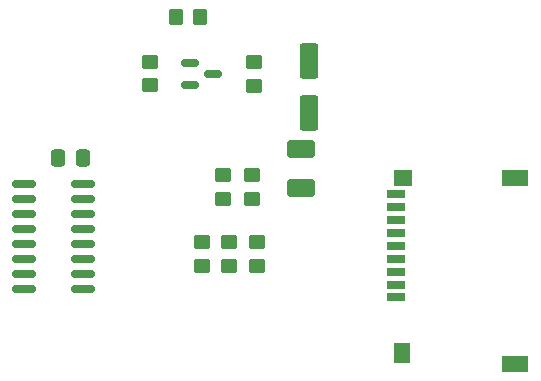
<source format=gbr>
%TF.GenerationSoftware,KiCad,Pcbnew,(6.0.8)*%
%TF.CreationDate,2022-11-19T01:29:10-06:00*%
%TF.ProjectId,coleco-adam-ade-pro-embed-shield,636f6c65-636f-42d6-9164-616d2d616465,rev?*%
%TF.SameCoordinates,Original*%
%TF.FileFunction,Paste,Bot*%
%TF.FilePolarity,Positive*%
%FSLAX46Y46*%
G04 Gerber Fmt 4.6, Leading zero omitted, Abs format (unit mm)*
G04 Created by KiCad (PCBNEW (6.0.8)) date 2022-11-19 01:29:10*
%MOMM*%
%LPD*%
G01*
G04 APERTURE LIST*
G04 Aperture macros list*
%AMRoundRect*
0 Rectangle with rounded corners*
0 $1 Rounding radius*
0 $2 $3 $4 $5 $6 $7 $8 $9 X,Y pos of 4 corners*
0 Add a 4 corners polygon primitive as box body*
4,1,4,$2,$3,$4,$5,$6,$7,$8,$9,$2,$3,0*
0 Add four circle primitives for the rounded corners*
1,1,$1+$1,$2,$3*
1,1,$1+$1,$4,$5*
1,1,$1+$1,$6,$7*
1,1,$1+$1,$8,$9*
0 Add four rect primitives between the rounded corners*
20,1,$1+$1,$2,$3,$4,$5,0*
20,1,$1+$1,$4,$5,$6,$7,0*
20,1,$1+$1,$6,$7,$8,$9,0*
20,1,$1+$1,$8,$9,$2,$3,0*%
G04 Aperture macros list end*
%ADD10RoundRect,0.250000X-0.350000X-0.450000X0.350000X-0.450000X0.350000X0.450000X-0.350000X0.450000X0*%
%ADD11RoundRect,0.250000X-0.450000X0.350000X-0.450000X-0.350000X0.450000X-0.350000X0.450000X0.350000X0*%
%ADD12RoundRect,0.250001X0.924999X-0.499999X0.924999X0.499999X-0.924999X0.499999X-0.924999X-0.499999X0*%
%ADD13RoundRect,0.250000X-0.337500X-0.475000X0.337500X-0.475000X0.337500X0.475000X-0.337500X0.475000X0*%
%ADD14RoundRect,0.150000X-0.587500X-0.150000X0.587500X-0.150000X0.587500X0.150000X-0.587500X0.150000X0*%
%ADD15R,1.600000X0.700000*%
%ADD16R,1.600000X1.400000*%
%ADD17R,2.200000X1.400000*%
%ADD18R,1.400000X1.800000*%
%ADD19RoundRect,0.250000X0.550000X-1.250000X0.550000X1.250000X-0.550000X1.250000X-0.550000X-1.250000X0*%
%ADD20RoundRect,0.150000X0.825000X0.150000X-0.825000X0.150000X-0.825000X-0.150000X0.825000X-0.150000X0*%
G04 APERTURE END LIST*
D10*
%TO.C,R3*%
X143653000Y-73507600D03*
X145653000Y-73507600D03*
%TD*%
D11*
%TO.C,R2*%
X150241000Y-77333600D03*
X150241000Y-79333600D03*
%TD*%
%TO.C,R4*%
X148082000Y-92599000D03*
X148082000Y-94599000D03*
%TD*%
D12*
%TO.C,C2*%
X154203400Y-87959600D03*
X154203400Y-84709600D03*
%TD*%
D11*
%TO.C,R6*%
X150088600Y-86909400D03*
X150088600Y-88909400D03*
%TD*%
D13*
%TO.C,C1*%
X133684100Y-85420200D03*
X135759100Y-85420200D03*
%TD*%
D14*
%TO.C,Q1*%
X144858500Y-79309000D03*
X144858500Y-77409000D03*
X146733500Y-78359000D03*
%TD*%
D11*
%TO.C,R7*%
X147624800Y-86934800D03*
X147624800Y-88934800D03*
%TD*%
%TO.C,R8*%
X150495000Y-92599000D03*
X150495000Y-94599000D03*
%TD*%
D15*
%TO.C,P1*%
X162259200Y-97271400D03*
X162259200Y-96171400D03*
X162259200Y-95071400D03*
X162259200Y-93971400D03*
X162259200Y-92871400D03*
X162259200Y-91771400D03*
X162259200Y-90671400D03*
X162259200Y-89571400D03*
X162259200Y-88471400D03*
D16*
X162859200Y-87171400D03*
D17*
X172359200Y-87171400D03*
X172359200Y-102871400D03*
D18*
X162759200Y-101971400D03*
%TD*%
D19*
%TO.C,C3*%
X154863800Y-81651200D03*
X154863800Y-77251200D03*
%TD*%
D20*
%TO.C,U3*%
X135748800Y-87630000D03*
X135748800Y-88900000D03*
X135748800Y-90170000D03*
X135748800Y-91440000D03*
X135748800Y-92710000D03*
X135748800Y-93980000D03*
X135748800Y-95250000D03*
X135748800Y-96520000D03*
X130798800Y-96520000D03*
X130798800Y-95250000D03*
X130798800Y-93980000D03*
X130798800Y-92710000D03*
X130798800Y-91440000D03*
X130798800Y-90170000D03*
X130798800Y-88900000D03*
X130798800Y-87630000D03*
%TD*%
D11*
%TO.C,R1*%
X141401800Y-77308200D03*
X141401800Y-79308200D03*
%TD*%
%TO.C,R5*%
X145796000Y-92599000D03*
X145796000Y-94599000D03*
%TD*%
M02*

</source>
